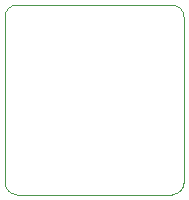
<source format=gbr>
%TF.GenerationSoftware,KiCad,Pcbnew,(6.0.6)*%
%TF.CreationDate,2022-06-27T09:59:18-07:00*%
%TF.ProjectId,KnightPCB,4b6e6967-6874-4504-9342-2e6b69636164,rev?*%
%TF.SameCoordinates,Original*%
%TF.FileFunction,Profile,NP*%
%FSLAX46Y46*%
G04 Gerber Fmt 4.6, Leading zero omitted, Abs format (unit mm)*
G04 Created by KiCad (PCBNEW (6.0.6)) date 2022-06-27 09:59:18*
%MOMM*%
%LPD*%
G01*
G04 APERTURE LIST*
%TA.AperFunction,Profile*%
%ADD10C,0.100000*%
%TD*%
G04 APERTURE END LIST*
D10*
X61600000Y-48850000D02*
G75*
G03*
X62600000Y-49850000I1000000J0D01*
G01*
X61600000Y-34800000D02*
X61600000Y-48850000D01*
X75749893Y-49850000D02*
X62600000Y-49850000D01*
X75749893Y-33807107D02*
X62600000Y-33800000D01*
X62600000Y-33800000D02*
G75*
G03*
X61600000Y-34800000I0J-1000000D01*
G01*
X76749893Y-34807107D02*
G75*
G03*
X75749893Y-33807107I-999993J7D01*
G01*
X76749893Y-48850000D02*
X76749893Y-34807107D01*
X75749893Y-49849993D02*
G75*
G03*
X76749893Y-48850000I7J999993D01*
G01*
M02*

</source>
